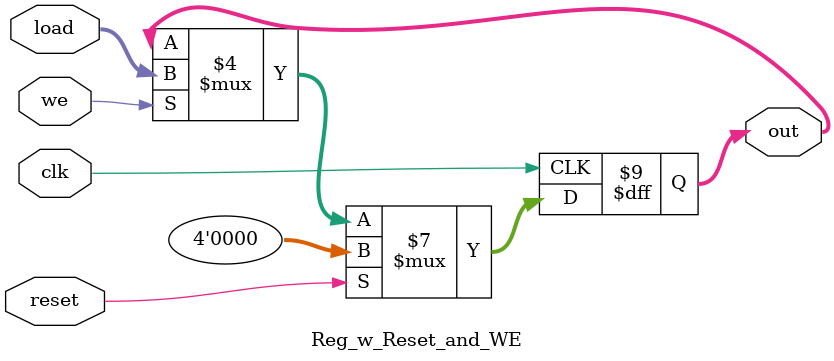
<source format=v>

module Reg_w_Reset_and_WE #(parameter W= 4) (clk, reset, we, load, out);

	//inputs
	input clk, reset, we;
	input [W-1:0] load;
	
	//outputs
	output reg [W-1:0] out;

	always @ (posedge clk)
	begin
		//check reset
		if(reset == 1) begin
			out <= 0;
		end else begin
			//check write enable
			if(we == 1) begin
				out <= load;
			end
		end
	
	end
endmodule

</source>
